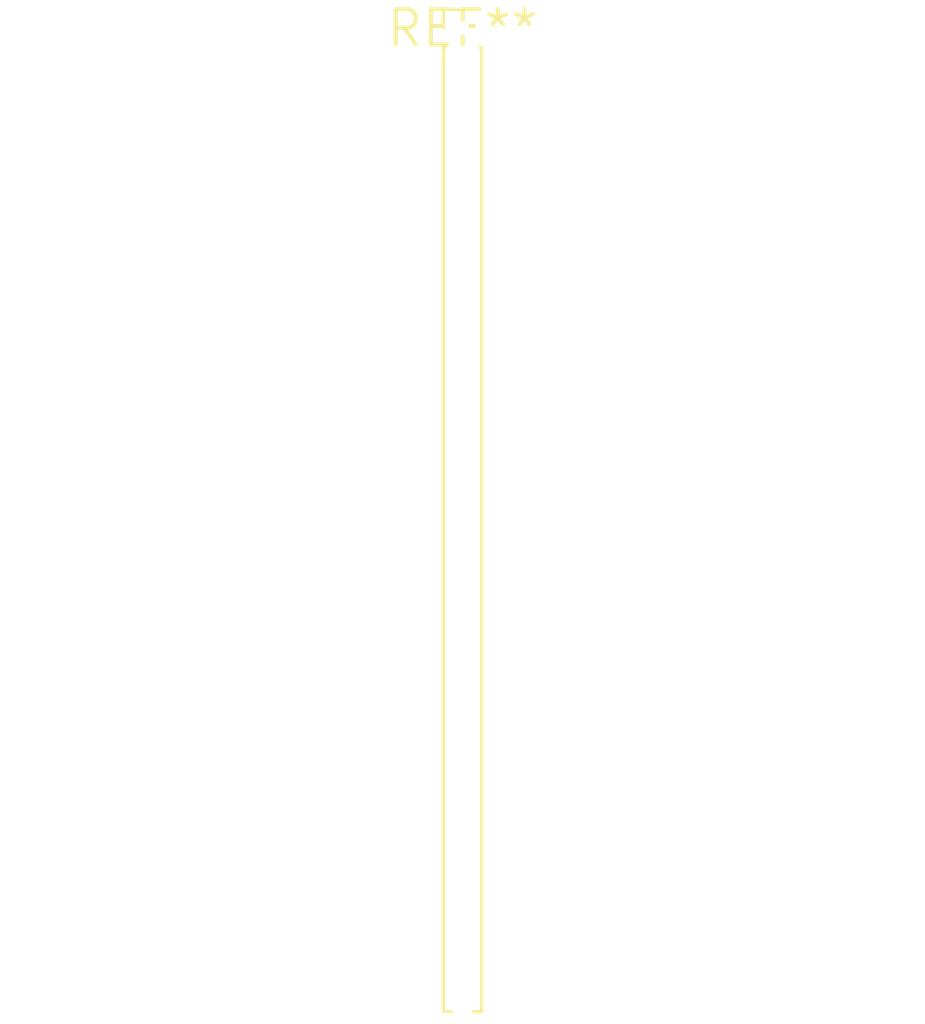
<source format=kicad_pcb>
(kicad_pcb (version 20240108) (generator pcbnew)
  (layers (0 "F.Cu" signal) (31 "B.Cu" signal) (34 "B.Paste" user) (35 "F.Paste" user) (36 "B.SilkS" user "B.Silkscreen") (37 "F.SilkS" user "F.Silkscreen") (38 "B.Mask" user) (39 "F.Mask" user) (44 "Edge.Cuts" user))
  (net 0 "")
  (footprint "PinHeader_1x36_P1.00mm_Vertical" (layer "F.Cu") (at 0 0)
    (property "Reference" "REF**")
    (property "Value" "PinHeader_1x36_P1.00mm_Vertical")
    (fp_line (start -0.695 -0.685) (end 0 -0.685) (layer "F.SilkS") (stroke (width 0.12)))
    (fp_line (start -0.695 0) (end -0.695 -0.685) (layer "F.SilkS") (stroke (width 0.12)))
    (fp_line (start -0.695 0.685) (end -0.695 35.56) (layer "F.SilkS") (stroke (width 0.12)))
    (fp_line (start -0.695 0.685) (end -0.608276 0.685) (layer "F.SilkS") (stroke (width 0.12)))
    (fp_line (start -0.695 35.56) (end -0.394493 35.56) (layer "F.SilkS") (stroke (width 0.12)))
    (fp_line (start 0.394493 35.56) (end 0.695 35.56) (layer "F.SilkS") (stroke (width 0.12)))
    (fp_line (start 0.608276 0.685) (end 0.695 0.685) (layer "F.SilkS") (stroke (width 0.12)))
    (fp_line (start 0.695 0.685) (end 0.695 35.56) (layer "F.SilkS") (stroke (width 0.12)))
    (pad "1" thru_hole rect (at 0 0) (size 0.85 0.85) (drill 0.5) (layers *.Cu *.Mask) (remove_unused_layers))
    (pad "2" thru_hole oval (at 0 1) (size 0.85 0.85) (drill 0.5) (layers *.Cu *.Mask) (remove_unused_layers))
    (pad "3" thru_hole oval (at 0 2) (size 0.85 0.85) (drill 0.5) (layers *.Cu *.Mask) (remove_unused_layers))
    (pad "4" thru_hole oval (at 0 3) (size 0.85 0.85) (drill 0.5) (layers *.Cu *.Mask) (remove_unused_layers))
    (pad "5" thru_hole oval (at 0 4) (size 0.85 0.85) (drill 0.5) (layers *.Cu *.Mask) (remove_unused_layers))
    (pad "6" thru_hole oval (at 0 5) (size 0.85 0.85) (drill 0.5) (layers *.Cu *.Mask) (remove_unused_layers))
    (pad "7" thru_hole oval (at 0 6) (size 0.85 0.85) (drill 0.5) (layers *.Cu *.Mask) (remove_unused_layers))
    (pad "8" thru_hole oval (at 0 7) (size 0.85 0.85) (drill 0.5) (layers *.Cu *.Mask) (remove_unused_layers))
    (pad "9" thru_hole oval (at 0 8) (size 0.85 0.85) (drill 0.5) (layers *.Cu *.Mask) (remove_unused_layers))
    (pad "10" thru_hole oval (at 0 9) (size 0.85 0.85) (drill 0.5) (layers *.Cu *.Mask) (remove_unused_layers))
    (pad "11" thru_hole oval (at 0 10) (size 0.85 0.85) (drill 0.5) (layers *.Cu *.Mask) (remove_unused_layers))
    (pad "12" thru_hole oval (at 0 11) (size 0.85 0.85) (drill 0.5) (layers *.Cu *.Mask) (remove_unused_layers))
    (pad "13" thru_hole oval (at 0 12) (size 0.85 0.85) (drill 0.5) (layers *.Cu *.Mask) (remove_unused_layers))
    (pad "14" thru_hole oval (at 0 13) (size 0.85 0.85) (drill 0.5) (layers *.Cu *.Mask) (remove_unused_layers))
    (pad "15" thru_hole oval (at 0 14) (size 0.85 0.85) (drill 0.5) (layers *.Cu *.Mask) (remove_unused_layers))
    (pad "16" thru_hole oval (at 0 15) (size 0.85 0.85) (drill 0.5) (layers *.Cu *.Mask) (remove_unused_layers))
    (pad "17" thru_hole oval (at 0 16) (size 0.85 0.85) (drill 0.5) (layers *.Cu *.Mask) (remove_unused_layers))
    (pad "18" thru_hole oval (at 0 17) (size 0.85 0.85) (drill 0.5) (layers *.Cu *.Mask) (remove_unused_layers))
    (pad "19" thru_hole oval (at 0 18) (size 0.85 0.85) (drill 0.5) (layers *.Cu *.Mask) (remove_unused_layers))
    (pad "20" thru_hole oval (at 0 19) (size 0.85 0.85) (drill 0.5) (layers *.Cu *.Mask) (remove_unused_layers))
    (pad "21" thru_hole oval (at 0 20) (size 0.85 0.85) (drill 0.5) (layers *.Cu *.Mask) (remove_unused_layers))
    (pad "22" thru_hole oval (at 0 21) (size 0.85 0.85) (drill 0.5) (layers *.Cu *.Mask) (remove_unused_layers))
    (pad "23" thru_hole oval (at 0 22) (size 0.85 0.85) (drill 0.5) (layers *.Cu *.Mask) (remove_unused_layers))
    (pad "24" thru_hole oval (at 0 23) (size 0.85 0.85) (drill 0.5) (layers *.Cu *.Mask) (remove_unused_layers))
    (pad "25" thru_hole oval (at 0 24) (size 0.85 0.85) (drill 0.5) (layers *.Cu *.Mask) (remove_unused_layers))
    (pad "26" thru_hole oval (at 0 25) (size 0.85 0.85) (drill 0.5) (layers *.Cu *.Mask) (remove_unused_layers))
    (pad "27" thru_hole oval (at 0 26) (size 0.85 0.85) (drill 0.5) (layers *.Cu *.Mask) (remove_unused_layers))
    (pad "28" thru_hole oval (at 0 27) (size 0.85 0.85) (drill 0.5) (layers *.Cu *.Mask) (remove_unused_layers))
    (pad "29" thru_hole oval (at 0 28) (size 0.85 0.85) (drill 0.5) (layers *.Cu *.Mask) (remove_unused_layers))
    (pad "30" thru_hole oval (at 0 29) (size 0.85 0.85) (drill 0.5) (layers *.Cu *.Mask) (remove_unused_layers))
    (pad "31" thru_hole oval (at 0 30) (size 0.85 0.85) (drill 0.5) (layers *.Cu *.Mask) (remove_unused_layers))
    (pad "32" thru_hole oval (at 0 31) (size 0.85 0.85) (drill 0.5) (layers *.Cu *.Mask) (remove_unused_layers))
    (pad "33" thru_hole oval (at 0 32) (size 0.85 0.85) (drill 0.5) (layers *.Cu *.Mask) (remove_unused_layers))
    (pad "34" thru_hole oval (at 0 33) (size 0.85 0.85) (drill 0.5) (layers *.Cu *.Mask) (remove_unused_layers))
    (pad "35" thru_hole oval (at 0 34) (size 0.85 0.85) (drill 0.5) (layers *.Cu *.Mask) (remove_unused_layers))
    (pad "36" thru_hole oval (at 0 35) (size 0.85 0.85) (drill 0.5) (layers *.Cu *.Mask) (remove_unused_layers))
  )
)
</source>
